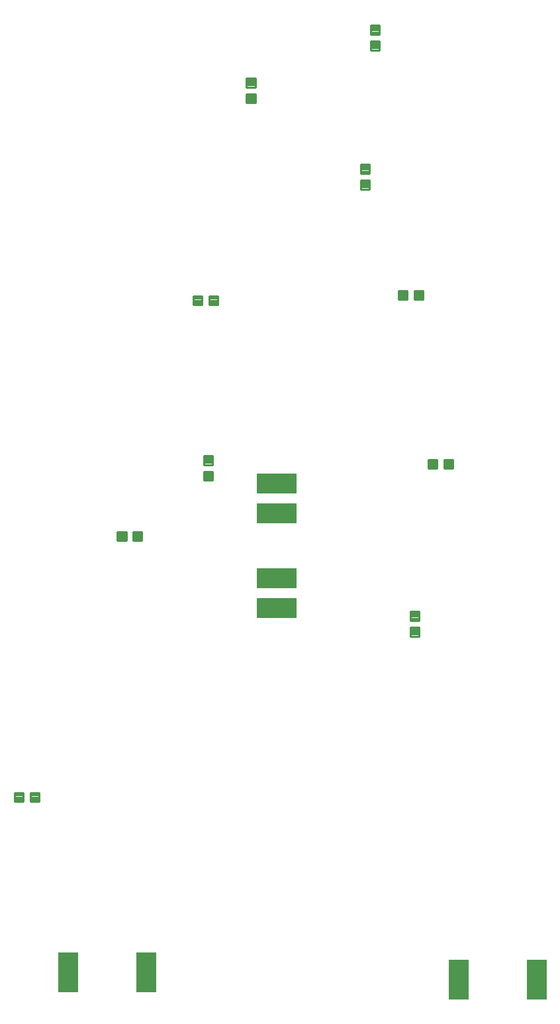
<source format=gbr>
G04 EAGLE Gerber RS-274X export*
G75*
%MOMM*%
%FSLAX34Y34*%
%LPD*%
%INSolderpaste Bottom*%
%IPPOS*%
%AMOC8*
5,1,8,0,0,1.08239X$1,22.5*%
G01*
%ADD10R,2.540000X5.080000*%
%ADD11R,5.080000X2.540000*%
%ADD12C,0.280000*%


D10*
X624530Y36210D03*
X724530Y36210D03*
X224530Y45410D03*
X124530Y45410D03*
D11*
X391760Y670190D03*
X391760Y632090D03*
X391270Y549210D03*
X391270Y511110D03*
D12*
X199100Y597600D02*
X187900Y597600D01*
X187900Y608800D01*
X199100Y608800D01*
X199100Y597600D01*
X199100Y600260D02*
X187900Y600260D01*
X187900Y602920D02*
X199100Y602920D01*
X199100Y605580D02*
X187900Y605580D01*
X187900Y608240D02*
X199100Y608240D01*
X208090Y597600D02*
X219290Y597600D01*
X208090Y597600D02*
X208090Y608800D01*
X219290Y608800D01*
X219290Y597600D01*
X219290Y600260D02*
X208090Y600260D01*
X208090Y602920D02*
X219290Y602920D01*
X219290Y605580D02*
X208090Y605580D01*
X208090Y608240D02*
X219290Y608240D01*
X284800Y899200D02*
X296000Y899200D01*
X284800Y899200D02*
X284800Y910400D01*
X296000Y910400D01*
X296000Y899200D01*
X296000Y901860D02*
X284800Y901860D01*
X284800Y904520D02*
X296000Y904520D01*
X296000Y907180D02*
X284800Y907180D01*
X284800Y909840D02*
X296000Y909840D01*
X304990Y899200D02*
X316190Y899200D01*
X304990Y899200D02*
X304990Y910400D01*
X316190Y910400D01*
X316190Y899200D01*
X316190Y901860D02*
X304990Y901860D01*
X304990Y904520D02*
X316190Y904520D01*
X316190Y907180D02*
X304990Y907180D01*
X304990Y909840D02*
X316190Y909840D01*
X605700Y701000D02*
X616900Y701000D01*
X616900Y689800D01*
X605700Y689800D01*
X605700Y701000D01*
X605700Y692460D02*
X616900Y692460D01*
X616900Y695120D02*
X605700Y695120D01*
X605700Y697780D02*
X616900Y697780D01*
X616900Y700440D02*
X605700Y700440D01*
X596710Y701000D02*
X585510Y701000D01*
X596710Y701000D02*
X596710Y689800D01*
X585510Y689800D01*
X585510Y701000D01*
X585510Y692460D02*
X596710Y692460D01*
X596710Y695120D02*
X585510Y695120D01*
X585510Y697780D02*
X596710Y697780D01*
X596710Y700440D02*
X585510Y700440D01*
X298490Y705800D02*
X298490Y694600D01*
X298490Y705800D02*
X309690Y705800D01*
X309690Y694600D01*
X298490Y694600D01*
X298490Y697260D02*
X309690Y697260D01*
X309690Y699920D02*
X298490Y699920D01*
X298490Y702580D02*
X309690Y702580D01*
X309690Y705240D02*
X298490Y705240D01*
X298490Y685610D02*
X298490Y674410D01*
X298490Y685610D02*
X309690Y685610D01*
X309690Y674410D01*
X298490Y674410D01*
X298490Y677070D02*
X309690Y677070D01*
X309690Y679730D02*
X298490Y679730D01*
X298490Y682390D02*
X309690Y682390D01*
X309690Y685050D02*
X298490Y685050D01*
X567600Y916900D02*
X578800Y916900D01*
X578800Y905700D01*
X567600Y905700D01*
X567600Y916900D01*
X567600Y908360D02*
X578800Y908360D01*
X578800Y911020D02*
X567600Y911020D01*
X567600Y913680D02*
X578800Y913680D01*
X578800Y916340D02*
X567600Y916340D01*
X558610Y916900D02*
X547410Y916900D01*
X558610Y916900D02*
X558610Y905700D01*
X547410Y905700D01*
X547410Y916900D01*
X547410Y908360D02*
X558610Y908360D01*
X558610Y911020D02*
X547410Y911020D01*
X547410Y913680D02*
X558610Y913680D01*
X558610Y916340D02*
X547410Y916340D01*
X523200Y1224600D02*
X523200Y1235800D01*
X523200Y1224600D02*
X512000Y1224600D01*
X512000Y1235800D01*
X523200Y1235800D01*
X523200Y1227260D02*
X512000Y1227260D01*
X512000Y1229920D02*
X523200Y1229920D01*
X523200Y1232580D02*
X512000Y1232580D01*
X512000Y1235240D02*
X523200Y1235240D01*
X523200Y1244790D02*
X523200Y1255990D01*
X523200Y1244790D02*
X512000Y1244790D01*
X512000Y1255990D01*
X523200Y1255990D01*
X523200Y1247450D02*
X512000Y1247450D01*
X512000Y1250110D02*
X523200Y1250110D01*
X523200Y1252770D02*
X512000Y1252770D01*
X512000Y1255430D02*
X523200Y1255430D01*
X353100Y1188400D02*
X353100Y1177200D01*
X353100Y1188400D02*
X364300Y1188400D01*
X364300Y1177200D01*
X353100Y1177200D01*
X353100Y1179860D02*
X364300Y1179860D01*
X364300Y1182520D02*
X353100Y1182520D01*
X353100Y1185180D02*
X364300Y1185180D01*
X364300Y1187840D02*
X353100Y1187840D01*
X353100Y1168210D02*
X353100Y1157010D01*
X353100Y1168210D02*
X364300Y1168210D01*
X364300Y1157010D01*
X353100Y1157010D01*
X353100Y1159670D02*
X364300Y1159670D01*
X364300Y1162330D02*
X353100Y1162330D01*
X353100Y1164990D02*
X364300Y1164990D01*
X364300Y1167650D02*
X353100Y1167650D01*
X574000Y486500D02*
X574000Y475300D01*
X562800Y475300D01*
X562800Y486500D01*
X574000Y486500D01*
X574000Y477960D02*
X562800Y477960D01*
X562800Y480620D02*
X574000Y480620D01*
X574000Y483280D02*
X562800Y483280D01*
X562800Y485940D02*
X574000Y485940D01*
X574000Y495490D02*
X574000Y506690D01*
X574000Y495490D02*
X562800Y495490D01*
X562800Y506690D01*
X574000Y506690D01*
X574000Y498150D02*
X562800Y498150D01*
X562800Y500810D02*
X574000Y500810D01*
X574000Y503470D02*
X562800Y503470D01*
X562800Y506130D02*
X574000Y506130D01*
X67400Y264200D02*
X56200Y264200D01*
X56200Y275400D01*
X67400Y275400D01*
X67400Y264200D01*
X67400Y266860D02*
X56200Y266860D01*
X56200Y269520D02*
X67400Y269520D01*
X67400Y272180D02*
X56200Y272180D01*
X56200Y274840D02*
X67400Y274840D01*
X76390Y264200D02*
X87590Y264200D01*
X76390Y264200D02*
X76390Y275400D01*
X87590Y275400D01*
X87590Y264200D01*
X87590Y266860D02*
X76390Y266860D01*
X76390Y269520D02*
X87590Y269520D01*
X87590Y272180D02*
X76390Y272180D01*
X76390Y274840D02*
X87590Y274840D01*
X510500Y1046800D02*
X510500Y1058000D01*
X510500Y1046800D02*
X499300Y1046800D01*
X499300Y1058000D01*
X510500Y1058000D01*
X510500Y1049460D02*
X499300Y1049460D01*
X499300Y1052120D02*
X510500Y1052120D01*
X510500Y1054780D02*
X499300Y1054780D01*
X499300Y1057440D02*
X510500Y1057440D01*
X510500Y1066990D02*
X510500Y1078190D01*
X510500Y1066990D02*
X499300Y1066990D01*
X499300Y1078190D01*
X510500Y1078190D01*
X510500Y1069650D02*
X499300Y1069650D01*
X499300Y1072310D02*
X510500Y1072310D01*
X510500Y1074970D02*
X499300Y1074970D01*
X499300Y1077630D02*
X510500Y1077630D01*
M02*

</source>
